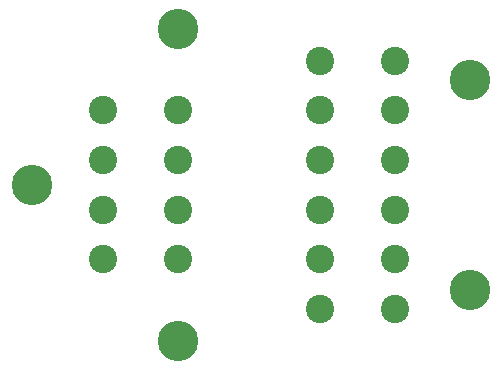
<source format=gbs>
G04 #@! TF.GenerationSoftware,KiCad,Pcbnew,7.0.8*
G04 #@! TF.CreationDate,2023-12-02T16:30:47-07:00*
G04 #@! TF.ProjectId,cansplitter,63616e73-706c-4697-9474-65722e6b6963,rev?*
G04 #@! TF.SameCoordinates,Original*
G04 #@! TF.FileFunction,Soldermask,Bot*
G04 #@! TF.FilePolarity,Negative*
%FSLAX46Y46*%
G04 Gerber Fmt 4.6, Leading zero omitted, Abs format (unit mm)*
G04 Created by KiCad (PCBNEW 7.0.8) date 2023-12-02 16:30:47*
%MOMM*%
%LPD*%
G01*
G04 APERTURE LIST*
%ADD10C,3.430000*%
%ADD11C,2.400000*%
G04 APERTURE END LIST*
D10*
X142000000Y-93210000D03*
X129650000Y-80000000D03*
X142000000Y-66790000D03*
D11*
X142000000Y-86300000D03*
X142000000Y-82100000D03*
X142000000Y-77900000D03*
X142000000Y-73700000D03*
X135650000Y-73700000D03*
X135650000Y-77900000D03*
X135650000Y-82100000D03*
X135650000Y-86300000D03*
D10*
X166700000Y-71110000D03*
X166700000Y-88890000D03*
D11*
X154000000Y-69500000D03*
X154000000Y-73700000D03*
X154000000Y-77900000D03*
X154000000Y-82100000D03*
X154000000Y-86300000D03*
X154000000Y-90500000D03*
X160350000Y-90500000D03*
X160350000Y-86300000D03*
X160350000Y-82100000D03*
X160350000Y-77900000D03*
X160350000Y-73700000D03*
X160350000Y-69500000D03*
M02*

</source>
